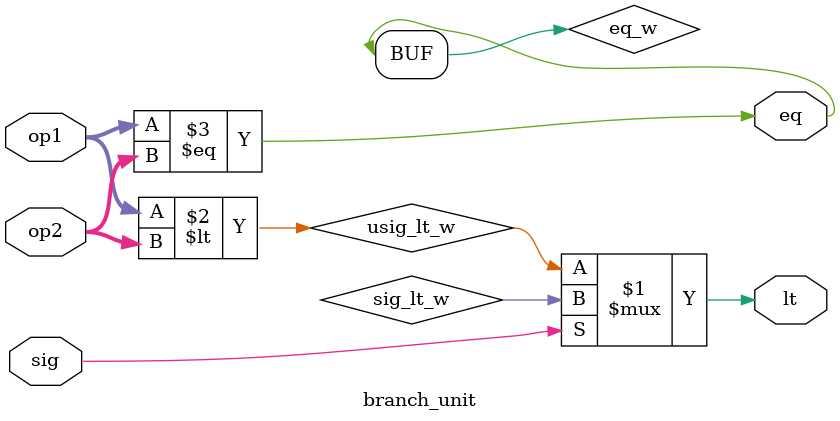
<source format=v>
module branch_unit ( op1,
		     op2,
		     sig,
		     lt,
		     eq);

input [31:0] op1;
input [31:0] op2;
input sig;
output lt;
output eq;

wire eq_w;
wire sig_lt_w;
wire usig_lt_w;

assign lt = sig ? sig_lt_w : usig_lt_w;
assign eq = eq_w;

// Unsigned comparison
assign usig_lt_w = op1 < op2;
assign eq_w = op1 == op2;

// Signed comparison
always @(*) begin

end

endmodule

</source>
